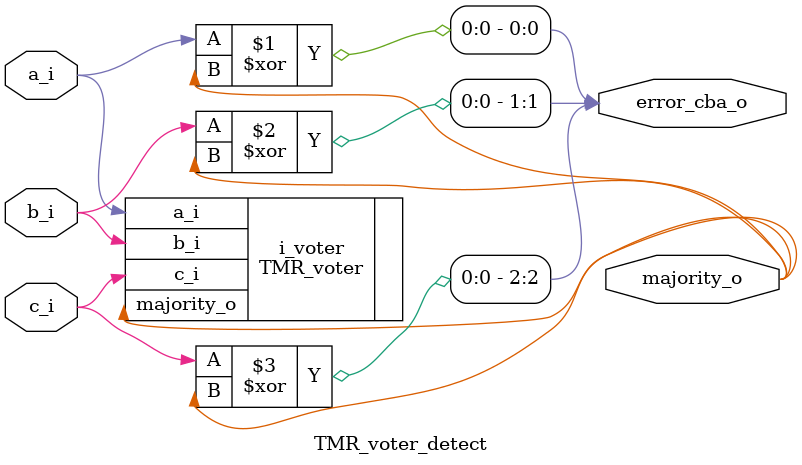
<source format=sv>

module TMR_voter_detect #(
  parameter int unsigned VoterType = 0 // 0: Classical_MV, 1: KP_MV, 2: BN_MV
) (
  input  logic a_i,
  input  logic b_i,
  input  logic c_i,
  output logic majority_o,
  output logic [2:0] error_cba_o // Indicates whether input is mismatched to majority
);

  TMR_voter #(
    .VoterType ( VoterType )
  ) i_voter (
    .a_i,
    .b_i,
    .c_i,
    .majority_o
  );

  assign error_cba_o[0] = (a_i ^ majority_o);
  assign error_cba_o[1] = (b_i ^ majority_o);
  assign error_cba_o[2] = (c_i ^ majority_o);

endmodule

</source>
